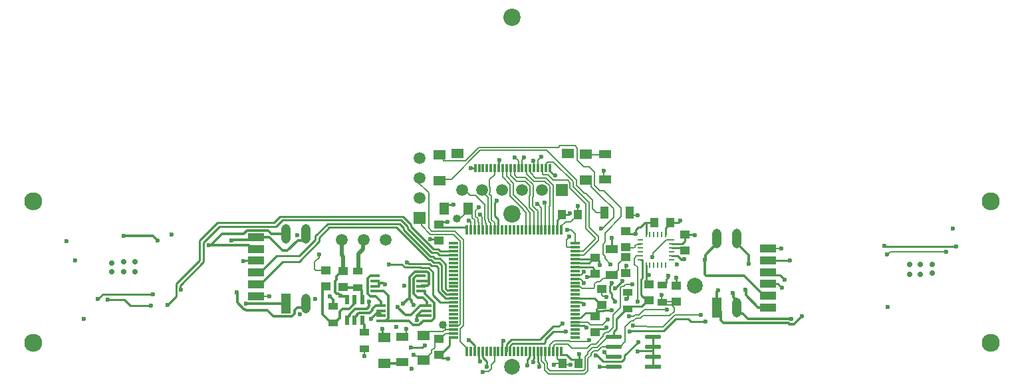
<source format=gtl>
G04*
G04 #@! TF.GenerationSoftware,Altium Limited,Altium Designer,21.3.2 (30)*
G04*
G04 Layer_Physical_Order=1*
G04 Layer_Color=255*
%FSLAX43Y43*%
%MOMM*%
G71*
G04*
G04 #@! TF.SameCoordinates,516BDF06-D260-4404-9912-87152A7D5F29*
G04*
G04*
G04 #@! TF.FilePolarity,Positive*
G04*
G01*
G75*
%ADD16C,0.203*%
%ADD18R,0.300X1.000*%
%ADD19R,0.300X1.200*%
%ADD20R,0.550X1.200*%
%ADD21R,1.200X0.300*%
%ADD22R,1.067X1.524*%
%ADD23R,1.575X1.270*%
%ADD24R,1.524X1.067*%
%ADD25R,2.100X0.500*%
%ADD26O,2.100X0.500*%
%ADD27R,1.270X1.016*%
%ADD28R,2.000X1.000*%
%ADD29R,1.270X0.889*%
%ADD30R,1.200X0.350*%
%ADD31R,1.016X1.270*%
%ADD32R,0.790X0.260*%
%ADD33R,0.260X0.790*%
%ADD34R,1.650X1.300*%
%ADD35R,1.626X1.194*%
%ADD36O,1.200X2.500*%
%ADD37R,1.200X2.500*%
%ADD38R,1.194X1.626*%
%ADD66C,0.254*%
%ADD67C,0.305*%
%ADD68C,0.508*%
%ADD69C,1.500*%
%ADD70C,2.000*%
%ADD71C,2.200*%
%ADD72C,2.300*%
%ADD73C,2.300*%
%ADD74C,0.700*%
%ADD75R,1.500X1.500*%
%ADD76R,1.500X1.500*%
%ADD77C,0.600*%
%ADD78C,1.016*%
D16*
X55600Y72636D02*
G03*
X55600Y73364I-990J364D01*
G01*
X73810Y55673D02*
X73854Y55629D01*
X75577D01*
X73560Y56278D02*
X73883D01*
X72844Y55562D02*
X73560Y56278D01*
X73883D02*
X74240Y56634D01*
X72844Y53644D02*
Y55562D01*
X72263Y60515D02*
X72440Y60692D01*
X72263Y57958D02*
Y60515D01*
X72440Y60692D02*
X72668D01*
X70613Y56450D02*
X70650D01*
X70372Y54822D02*
X70695D01*
X69069Y53317D02*
X70048Y54297D01*
X68405Y55800D02*
X69963D01*
X70695Y54822D02*
X71332Y55459D01*
Y57027D01*
X69963Y55800D02*
X70613Y56450D01*
X70048Y54297D02*
Y54498D01*
X70372Y54822D01*
X72200Y53000D02*
X72844Y53644D01*
X78785Y58280D02*
X79058Y58007D01*
X78754Y58312D02*
X78785Y58280D01*
X72668Y60692D02*
X72956Y60980D01*
X73750D01*
X75094Y56950D02*
X78502D01*
X74778Y56634D02*
X75094Y56950D01*
X74400Y58734D02*
Y62450D01*
X74610Y57040D02*
X75276Y57707D01*
X78152D01*
X74400Y58734D02*
X74416Y58750D01*
X74240Y56634D02*
X74778D01*
X74071Y57040D02*
X74610D01*
X69870Y68000D02*
X71400Y69530D01*
X69900Y59600D02*
X70063Y59437D01*
X70374D01*
X70450Y59361D01*
X71332Y57027D02*
X72263Y57958D01*
X74000Y63504D02*
X74400Y63104D01*
X74000Y63504D02*
Y64252D01*
X74400Y62450D02*
Y63104D01*
X63248Y53199D02*
X63757Y53708D01*
X63248Y52448D02*
Y53199D01*
X63748Y52448D02*
Y53125D01*
X63925Y53302D02*
X65547D01*
X63748Y53125D02*
X63925Y53302D01*
X63757Y53708D02*
X65716D01*
X65767Y53656D01*
X65547Y53302D02*
X66034Y52815D01*
X65767Y53656D02*
X68284D01*
X68220Y53773D02*
Y53846D01*
X68011Y52815D02*
X68513Y53317D01*
X69069D01*
X66034Y52815D02*
X68011D01*
X68681Y52911D02*
X69241D01*
X68089Y52074D02*
Y52319D01*
X69351Y52505D02*
X69380Y52475D01*
X68495Y51906D02*
Y52151D01*
X68116Y51526D02*
X68495Y51906D01*
X68220Y53773D02*
X68310Y53683D01*
X69380Y52475D02*
X69904Y53000D01*
X68849Y52505D02*
X69351D01*
X67710Y51694D02*
X68089Y52074D01*
X69241Y52911D02*
X70600Y54270D01*
X68089Y52319D02*
X68681Y52911D01*
X68495Y52151D02*
X68849Y52505D01*
X69904Y53000D02*
X72200D01*
X68116Y49922D02*
Y51526D01*
X68284Y53656D02*
X68310Y53683D01*
X67710Y50090D02*
Y51694D01*
X75577Y55629D02*
X75707Y55500D01*
X73319Y56839D02*
X73373Y56893D01*
X73924D01*
X75707Y55500D02*
X77627D01*
X78502Y56950D02*
X79058Y57506D01*
X73924Y56893D02*
X74071Y57040D01*
X77627Y55500D02*
X79196Y57069D01*
X77450Y58868D02*
X77600Y58718D01*
X77450Y58868D02*
Y59551D01*
X77727Y58718D02*
X79350D01*
X77600D02*
X77727D01*
X78133Y58312D02*
X78754D01*
X77727Y58718D02*
X78133Y58312D01*
X79196Y57069D02*
X82461D01*
X79058Y57506D02*
Y58007D01*
X70663Y51730D02*
Y51731D01*
X70170Y52224D02*
X70663Y51731D01*
X70170Y52224D02*
Y52287D01*
X70663Y51730D02*
X71400D01*
X70600Y54270D02*
X71400D01*
X76376Y64876D02*
X78080Y66580D01*
X76300Y64450D02*
X76376Y64526D01*
Y64876D01*
X78080Y66580D02*
X78720D01*
X65350Y65769D02*
Y66593D01*
X65700Y66943D02*
Y67050D01*
X65350Y66593D02*
X65700Y66943D01*
X66450Y66150D02*
Y67400D01*
X66000Y67850D02*
X66450Y67400D01*
X65445Y67850D02*
X66000D01*
X58205Y72181D02*
Y73673D01*
X58250Y74800D02*
Y75750D01*
X57750Y74703D02*
X58611Y73842D01*
X57250Y74628D02*
X58205Y73673D01*
X58250Y74800D02*
X58995Y74055D01*
X57750Y74703D02*
Y75750D01*
X57250Y74628D02*
Y75750D01*
X55600Y73364D02*
Y74295D01*
X56250Y74945D01*
Y75750D01*
X55412Y69303D02*
Y72003D01*
X55818Y69471D02*
Y72171D01*
X55006Y69135D02*
Y71068D01*
X53774Y72300D02*
X55006Y71068D01*
X55600Y72390D02*
X55660Y72330D01*
X58205Y72181D02*
X59855Y70532D01*
X58611Y72350D02*
X60261Y70700D01*
X55600Y72390D02*
Y72636D01*
X58611Y72350D02*
Y73842D01*
X55660Y72330D02*
X55818Y72171D01*
X54610Y72805D02*
X55412Y72003D01*
X54610Y72805D02*
Y73000D01*
X54401Y69743D02*
X54600Y69544D01*
Y68966D02*
Y69544D01*
X54606Y68670D02*
Y68960D01*
X55012Y68839D02*
Y69128D01*
X53390Y69431D02*
Y69441D01*
X54606Y68670D02*
X54652Y68625D01*
X55012Y68839D02*
X55152Y68700D01*
X53155Y68928D02*
X53178D01*
X53383Y69448D02*
X53390Y69441D01*
X53796Y70299D02*
X54200Y70703D01*
X53796Y69599D02*
X54106Y69290D01*
Y68886D02*
Y69290D01*
X54200Y70703D02*
Y70751D01*
X54600Y68966D02*
X54606Y68960D01*
X53700Y67900D02*
Y69121D01*
X55006Y69135D02*
X55012Y69128D01*
X53010Y69073D02*
X53155Y68928D01*
X55444Y68982D02*
Y69271D01*
X55818Y69471D02*
X55850Y69440D01*
X53390Y69431D02*
X53700Y69121D01*
X53383Y69448D02*
Y69839D01*
X53796Y69599D02*
Y70299D01*
X55850Y69150D02*
Y69440D01*
X54401Y69743D02*
Y69850D01*
X52903Y69073D02*
X53010D01*
X54106Y68886D02*
X54200Y68792D01*
X55412Y69303D02*
X55444Y69271D01*
X54200Y67900D02*
Y68792D01*
X55850Y69150D02*
X56200Y68800D01*
X55152Y67948D02*
Y68700D01*
X55444Y68982D02*
X55700Y68726D01*
X56200Y67900D02*
Y68800D01*
X55700Y67900D02*
Y68726D01*
X54652Y67948D02*
Y68625D01*
X55152Y67948D02*
X55200Y67900D01*
X52850Y70372D02*
X53383Y69839D01*
X39600Y51808D02*
Y52768D01*
X70036Y66058D02*
X70300Y66322D01*
Y67500D01*
X72350Y69550D01*
X66778Y70922D02*
Y70937D01*
Y70922D02*
X66850Y70850D01*
Y69850D02*
Y70850D01*
X66450Y62150D02*
X67257D01*
X67553Y62446D01*
Y62520D01*
X67477Y61176D02*
Y61299D01*
X66498Y61602D02*
X67175D01*
X67477Y61299D01*
Y61176D02*
X67553Y61100D01*
X66450Y61650D02*
X66498Y61602D01*
X69900Y59600D02*
Y60382D01*
X70150Y74500D02*
Y75400D01*
Y74500D02*
X70250Y74400D01*
X73648Y69750D02*
X74450D01*
X73348Y70050D02*
X73648Y69750D01*
X72950Y62350D02*
Y63260D01*
X73000Y63310D01*
X64795Y50850D02*
X64868Y50777D01*
X64200Y51445D02*
X64795Y50850D01*
X64868D01*
X63900D02*
X64795D01*
X63750Y50700D02*
X63900Y50850D01*
X63287Y49913D02*
X67533D01*
X62700Y51248D02*
X62961Y50987D01*
X62700Y51248D02*
Y52400D01*
X62961Y50239D02*
X63287Y49913D01*
X62961Y50239D02*
Y50987D01*
X62200Y51174D02*
X62555Y50819D01*
Y50045D02*
Y50819D01*
Y50045D02*
X63093Y49507D01*
X62200Y51174D02*
Y52400D01*
X63093Y49507D02*
X67701D01*
X44950Y54650D02*
Y55237D01*
X44450Y54150D02*
X44950Y54650D01*
X45987Y51963D02*
X46141Y51809D01*
X45888Y51963D02*
X45987D01*
X46693Y51809D02*
X47150Y51352D01*
X46141Y51809D02*
X46693D01*
X25850Y59450D02*
X27500D01*
X33850Y64314D02*
Y64750D01*
X33318Y63782D02*
X33850Y64314D01*
X33318Y62851D02*
X33437Y62732D01*
X34700D01*
X33318Y62851D02*
Y63782D01*
X47861Y51861D02*
X48213Y52213D01*
Y52583D02*
X48390Y52760D01*
X48213Y52213D02*
Y52583D01*
X48498Y52760D02*
X48617Y52879D01*
X47861Y51809D02*
Y51861D01*
X48617Y52879D02*
Y53576D01*
X48390Y52760D02*
X48498D01*
X49023Y53982D02*
X49277D01*
X47150Y51352D02*
X47404D01*
X47861Y51809D01*
X48617Y53576D02*
X49023Y53982D01*
X49977Y55077D02*
X50050Y55150D01*
X49798Y55077D02*
X49977D01*
X49654Y54933D02*
X49798Y55077D01*
X47683Y54933D02*
X49654D01*
X47150Y54400D02*
X47683Y54933D01*
X52010Y69456D02*
X52850Y70296D01*
X51606Y69456D02*
X52010D01*
X51450Y69300D02*
X51606Y69456D01*
X91050Y65500D02*
X92733D01*
X61060Y71050D02*
X61073Y71036D01*
Y70900D02*
Y71036D01*
X60653Y70882D02*
X60667Y70868D01*
Y70731D02*
Y70868D01*
X60261Y70563D02*
Y70700D01*
X59855Y70395D02*
Y70532D01*
X106200Y64750D02*
X106300D01*
X106638Y65088D01*
X113762D01*
X52850Y70372D02*
Y70550D01*
Y70296D02*
Y70372D01*
X54652Y67948D02*
X54700Y67900D01*
X49433Y74331D02*
X50731D01*
X49250Y74148D02*
X49433Y74331D01*
X69227Y70050D02*
X70300D01*
X68689Y70589D02*
X69227Y70050D01*
X68689Y70589D02*
Y71661D01*
X67800Y72550D02*
X68689Y71661D01*
X67649Y72550D02*
X67800D01*
X66637Y73562D02*
X67649Y72550D01*
X66637Y73562D02*
Y74213D01*
X62850Y78000D02*
X66637Y74213D01*
X54400Y78000D02*
X62850D01*
X50731Y74331D02*
X54400Y78000D01*
X49702Y76698D02*
Y76998D01*
X49250Y77450D02*
X49702Y76998D01*
X70250Y64200D02*
X70950Y63500D01*
X70250Y64200D02*
Y64528D01*
X70036Y64741D02*
X70250Y64528D01*
X70036Y64741D02*
Y66058D01*
X72350Y69550D02*
Y70700D01*
X70150Y72900D02*
X72350Y70700D01*
X69600Y72900D02*
X70150D01*
X68939Y73561D02*
X69600Y72900D01*
X68939Y73561D02*
Y75211D01*
X68255Y75895D02*
X68939Y75211D01*
X67606Y75895D02*
X68255D01*
X66761Y76740D02*
X67606Y75895D01*
X66761Y76740D02*
Y78316D01*
X66475Y78602D02*
X66761Y78316D01*
X64575Y78602D02*
X66475D01*
X64380Y78406D02*
X64575Y78602D01*
X54232Y78406D02*
X64380D01*
X52524Y76698D02*
X54232Y78406D01*
X49702Y76698D02*
X52524D01*
X66450Y60650D02*
X66498Y60602D01*
X67175D02*
X67327Y60450D01*
X66498Y60602D02*
X67175D01*
X68963Y60569D02*
Y61015D01*
X68844Y60450D02*
X68963Y60569D01*
X67327Y60450D02*
X68844D01*
X69248Y61300D02*
X69617D01*
X68963Y61015D02*
X69248Y61300D01*
X69800Y68070D02*
X69870Y68000D01*
X71400Y69530D02*
Y70570D01*
X68533Y73367D02*
X69748Y72152D01*
X69818D01*
X71400Y70570D01*
X67999Y74198D02*
X68533Y73665D01*
Y73367D02*
Y73665D01*
X67850Y74198D02*
X67999D01*
X67902Y77448D02*
X70250D01*
X67850Y77500D02*
X67902Y77448D01*
X67850Y68013D02*
Y71176D01*
X68256Y68181D02*
Y71344D01*
X69406Y66507D02*
Y67031D01*
X68256Y68181D02*
X69406Y67031D01*
X67850Y68013D02*
X69000Y66863D01*
Y66676D02*
Y66863D01*
X64986Y50732D02*
X65889D01*
X64868Y50850D02*
X64986Y50732D01*
X64868Y50650D02*
Y50777D01*
X68055Y56150D02*
X68405Y55800D01*
X66450Y56150D02*
X68055D01*
X67533Y49913D02*
X67710Y50090D01*
X67701Y49507D02*
X68116Y49922D01*
X61750Y76761D02*
X62150Y77161D01*
X61202Y75798D02*
Y76646D01*
X62150Y77161D02*
Y77216D01*
X61202Y75798D02*
X61250Y75750D01*
X61145Y76702D02*
X61202Y76646D01*
X61750Y75750D02*
Y76761D01*
X65350Y65769D02*
X65469Y65650D01*
X66450D01*
X59750Y76743D02*
X60000Y76993D01*
X59750Y75750D02*
Y76743D01*
X60000Y76993D02*
Y77100D01*
X61060Y71050D02*
Y72031D01*
X62200Y67900D02*
Y70700D01*
X59855Y70395D02*
X60200Y70049D01*
X60261Y70563D02*
X60700Y70124D01*
X60653Y72199D02*
X60745Y72291D01*
X60667Y70731D02*
X61200Y70198D01*
X60653Y70882D02*
Y72199D01*
X60169Y74587D02*
X61151Y73605D01*
X60127Y74055D02*
X60745Y73437D01*
X61664Y71164D02*
X61737D01*
X61060Y72031D02*
X61151Y72123D01*
X61737Y71164D02*
X62200Y70700D01*
X61200Y67900D02*
Y70198D01*
X60200Y67900D02*
Y70049D01*
X60700Y67900D02*
Y70124D01*
X61485Y70488D02*
X61512D01*
X61073Y70900D02*
X61485Y70488D01*
X61512D02*
X61700Y70300D01*
X62610Y71390D02*
X62700Y71300D01*
Y67900D02*
Y71300D01*
X59250Y75798D02*
X59298Y75750D01*
X59250Y75798D02*
Y76700D01*
X58800Y77150D02*
X59250Y76700D01*
X50050Y55150D02*
X50950D01*
X49639Y55580D02*
Y55800D01*
Y55580D02*
X50050Y55169D01*
Y55150D02*
Y55169D01*
X63697Y74193D02*
X65509D01*
X65825Y73201D02*
Y73876D01*
X62975Y76552D02*
X63724D01*
X65509Y74193D02*
X65825Y73876D01*
X62977Y74912D02*
X63697Y74193D01*
X66231Y73369D02*
X68256Y71344D01*
X62400Y74912D02*
X62977D01*
X66231Y73369D02*
Y74045D01*
X65825Y73201D02*
X67850Y71176D01*
X63724Y76552D02*
X66231Y74045D01*
X47850Y68094D02*
Y72600D01*
X46737Y68920D02*
X46936Y68722D01*
X47850Y68094D02*
X48211Y67734D01*
X46936Y68434D02*
Y68722D01*
X46450Y68920D02*
X46737D01*
X46936Y68434D02*
X48042Y67328D01*
X48211Y67734D02*
X51117D01*
X48042Y67328D02*
X49860D01*
X54747Y49786D02*
X54806Y49845D01*
X55451D01*
X55805Y50199D02*
Y50705D01*
X55451Y49845D02*
X55805Y50199D01*
Y50705D02*
X56200Y51100D01*
Y52400D01*
X74752Y64552D02*
X74780Y64580D01*
X74300Y64552D02*
X74752D01*
X74000Y64252D02*
X74300Y64552D01*
X73100Y65568D02*
X73964D01*
X72950Y65718D02*
X73100Y65568D01*
X74752Y66052D02*
X74780Y66080D01*
X74300Y66052D02*
X74752D01*
X74083Y65835D02*
X74300Y66052D01*
X74083Y65687D02*
Y65835D01*
X73964Y65568D02*
X74083Y65687D01*
X72823Y64382D02*
X72950D01*
X72013Y63572D02*
X72823Y64382D01*
X72013Y62833D02*
Y63572D01*
X71430Y62250D02*
X72013Y62833D01*
X71100Y62250D02*
X71430D01*
X70567Y61717D02*
X71100Y62250D01*
X70033Y61717D02*
X70567D01*
X69617Y61300D02*
X70033Y61717D01*
X46450Y74000D02*
X47850Y72600D01*
X51852Y55301D02*
X52258Y55707D01*
X51117Y67734D02*
X52258Y66593D01*
Y55707D02*
Y66593D01*
X50998Y55698D02*
X51675D01*
X50977Y67300D02*
X51852Y66425D01*
X51675Y55698D02*
X51852Y55875D01*
Y66425D01*
X49860Y67328D02*
X49888Y67300D01*
X50977D01*
X51852Y53698D02*
Y55301D01*
X52700Y52400D02*
Y52850D01*
X51852Y53698D02*
X52700Y52850D01*
X50950Y55650D02*
X50998Y55698D01*
X49945Y54650D02*
X50950D01*
X49277Y53982D02*
X49945Y54650D01*
X62750Y75750D02*
X62798Y75798D01*
Y76375D01*
X62975Y76552D01*
X66450Y64650D02*
X67549D01*
X69406Y66507D01*
X62298Y75014D02*
Y75853D01*
Y75014D02*
X62400Y74912D01*
X66450Y65150D02*
X67474D01*
X69000Y66676D01*
X63200Y52400D02*
X63248Y52448D01*
X63700Y52400D02*
X63748Y52448D01*
X64200Y51445D02*
Y52400D01*
X53178Y67922D02*
Y68928D01*
Y67922D02*
X53200Y67900D01*
X52070Y73000D02*
X52400D01*
X53100Y72300D01*
X53774D01*
X66444Y69317D02*
X66850Y69723D01*
X66317Y69317D02*
X66444D01*
X66850Y69723D02*
Y69850D01*
X65913Y68913D02*
X66317Y69317D01*
X65263Y68913D02*
X65913D01*
X64700Y67900D02*
Y68350D01*
X65263Y68913D01*
X60798Y75125D02*
X61417Y74506D01*
X60750Y75750D02*
X60798Y75702D01*
Y75125D02*
Y75702D01*
X62790Y74506D02*
X63700Y73596D01*
X61417Y74506D02*
X62790D01*
X63700Y67900D02*
Y73596D01*
X61231Y74100D02*
X62622D01*
X60298Y75032D02*
Y75702D01*
Y75032D02*
X61231Y74100D01*
X60250Y75750D02*
X60298Y75702D01*
X63200Y70875D02*
X63285Y70960D01*
Y73437D01*
X62622Y74100D02*
X63285Y73437D01*
X63200Y67900D02*
Y70875D01*
X61700Y67900D02*
Y70300D01*
X58750Y74874D02*
Y75750D01*
Y74874D02*
X59037Y74587D01*
X60169D01*
X61151Y72123D02*
Y73605D01*
X58995Y74055D02*
X60127D01*
X60745Y72291D02*
Y73437D01*
D18*
X56750Y75750D02*
D03*
X56250D02*
D03*
X53750D02*
D03*
X54250D02*
D03*
X54750D02*
D03*
X57250D02*
D03*
X57750D02*
D03*
X59250D02*
D03*
X59750D02*
D03*
X63250D02*
D03*
X62750D02*
D03*
X62250D02*
D03*
X61750D02*
D03*
X61250D02*
D03*
X60750D02*
D03*
X60250D02*
D03*
X58750D02*
D03*
X58250D02*
D03*
X55750D02*
D03*
X55250D02*
D03*
D19*
X56700Y67900D02*
D03*
X56200D02*
D03*
X64700Y52400D02*
D03*
X64200D02*
D03*
X63700D02*
D03*
X63200D02*
D03*
X62700D02*
D03*
X62200D02*
D03*
X61700D02*
D03*
X61200D02*
D03*
X60700D02*
D03*
X60200D02*
D03*
X59700D02*
D03*
X59200D02*
D03*
X58700D02*
D03*
X58200D02*
D03*
X57700D02*
D03*
X57200D02*
D03*
X56700D02*
D03*
X56200D02*
D03*
X55700D02*
D03*
X55200D02*
D03*
X54700D02*
D03*
X54200D02*
D03*
X53700D02*
D03*
X53200D02*
D03*
X52700Y67900D02*
D03*
X53200D02*
D03*
X53700D02*
D03*
X54200D02*
D03*
X54700D02*
D03*
X55200D02*
D03*
X55700D02*
D03*
X57200D02*
D03*
X57700D02*
D03*
X58200D02*
D03*
X58700D02*
D03*
X59200D02*
D03*
X59700D02*
D03*
X60200D02*
D03*
X60700D02*
D03*
X61200D02*
D03*
X61700D02*
D03*
X62200D02*
D03*
X62700D02*
D03*
X63200D02*
D03*
X63700D02*
D03*
X64200D02*
D03*
X64700D02*
D03*
X52700Y52400D02*
D03*
D20*
X38400Y58950D02*
D03*
X37450D02*
D03*
X39350D02*
D03*
Y56350D02*
D03*
X38400D02*
D03*
X37450D02*
D03*
D21*
X66450Y62650D02*
D03*
X50950Y54150D02*
D03*
Y54650D02*
D03*
Y55150D02*
D03*
Y55650D02*
D03*
Y56150D02*
D03*
Y56650D02*
D03*
Y57150D02*
D03*
Y57650D02*
D03*
Y58150D02*
D03*
Y58650D02*
D03*
Y59150D02*
D03*
Y59650D02*
D03*
Y60150D02*
D03*
Y60650D02*
D03*
Y61150D02*
D03*
Y61650D02*
D03*
Y62150D02*
D03*
Y62650D02*
D03*
Y63150D02*
D03*
Y63650D02*
D03*
Y64150D02*
D03*
Y64650D02*
D03*
Y65150D02*
D03*
Y65650D02*
D03*
Y66150D02*
D03*
X66450D02*
D03*
Y65650D02*
D03*
Y65150D02*
D03*
Y64650D02*
D03*
Y64150D02*
D03*
Y63650D02*
D03*
Y63150D02*
D03*
Y62150D02*
D03*
Y61650D02*
D03*
Y61150D02*
D03*
Y60650D02*
D03*
Y60150D02*
D03*
Y59650D02*
D03*
Y59150D02*
D03*
Y58650D02*
D03*
Y58150D02*
D03*
Y57650D02*
D03*
Y57150D02*
D03*
Y56650D02*
D03*
Y56150D02*
D03*
Y55650D02*
D03*
Y55150D02*
D03*
Y54650D02*
D03*
Y54150D02*
D03*
D22*
X73450Y70050D02*
D03*
X70198D02*
D03*
D23*
X67850Y77500D02*
D03*
Y74198D02*
D03*
X49250Y74148D02*
D03*
Y77450D02*
D03*
X42150Y54200D02*
D03*
Y50898D02*
D03*
D24*
X70250Y74298D02*
D03*
Y77550D02*
D03*
X71100Y62148D02*
D03*
Y65400D02*
D03*
X44450Y51000D02*
D03*
Y54252D02*
D03*
D25*
X76400Y50460D02*
D03*
D26*
Y51730D02*
D03*
Y53000D02*
D03*
Y54270D02*
D03*
X71400Y50460D02*
D03*
Y51730D02*
D03*
Y53000D02*
D03*
Y54270D02*
D03*
D27*
X69050Y54868D02*
D03*
Y56900D02*
D03*
X36900Y62650D02*
D03*
Y60618D02*
D03*
X34700Y60700D02*
D03*
Y62732D02*
D03*
X80450Y65218D02*
D03*
Y67250D02*
D03*
X72950Y65718D02*
D03*
Y67750D02*
D03*
X69050Y62318D02*
D03*
Y64350D02*
D03*
X79350Y58718D02*
D03*
Y60750D02*
D03*
X75850Y58868D02*
D03*
Y60900D02*
D03*
X72950Y64382D02*
D03*
Y62350D02*
D03*
X69900Y58350D02*
D03*
Y60382D02*
D03*
X49100Y68550D02*
D03*
Y66518D02*
D03*
X49150Y51950D02*
D03*
Y53982D02*
D03*
D28*
X25850Y59450D02*
D03*
Y60950D02*
D03*
Y62450D02*
D03*
Y63950D02*
D03*
Y65450D02*
D03*
Y66950D02*
D03*
X91050Y65500D02*
D03*
Y64000D02*
D03*
Y62500D02*
D03*
Y61000D02*
D03*
Y59500D02*
D03*
Y58000D02*
D03*
D29*
X35650Y58164D02*
D03*
Y56005D02*
D03*
X38800Y62664D02*
D03*
Y60505D02*
D03*
X39600Y52704D02*
D03*
Y54863D02*
D03*
X77600Y58654D02*
D03*
Y60813D02*
D03*
X73200Y57786D02*
D03*
Y59945D02*
D03*
D30*
X47575Y56275D02*
D03*
Y56925D02*
D03*
Y57575D02*
D03*
Y58225D02*
D03*
X41725D02*
D03*
Y57575D02*
D03*
Y56925D02*
D03*
Y56275D02*
D03*
X46875Y60075D02*
D03*
Y60725D02*
D03*
Y61375D02*
D03*
Y62025D02*
D03*
X41025D02*
D03*
Y61375D02*
D03*
Y60725D02*
D03*
Y60075D02*
D03*
D31*
X78600Y68850D02*
D03*
X76568D02*
D03*
X66900Y50850D02*
D03*
X64868D02*
D03*
X66850Y69850D02*
D03*
X64818D02*
D03*
D32*
X74780Y64080D02*
D03*
Y64580D02*
D03*
Y65080D02*
D03*
Y65580D02*
D03*
Y66080D02*
D03*
Y66580D02*
D03*
X78720D02*
D03*
Y66080D02*
D03*
Y65580D02*
D03*
Y65080D02*
D03*
Y64580D02*
D03*
Y64080D02*
D03*
D33*
X75500Y67300D02*
D03*
X76000D02*
D03*
X76500D02*
D03*
X77000D02*
D03*
X77500D02*
D03*
X78000D02*
D03*
Y63360D02*
D03*
X77500D02*
D03*
X77000D02*
D03*
X76500D02*
D03*
X76000D02*
D03*
X75500D02*
D03*
D34*
X65525Y77650D02*
D03*
X51475D02*
D03*
D35*
X47150Y51314D02*
D03*
Y54438D02*
D03*
D36*
X29660Y67350D02*
D03*
X32200D02*
D03*
Y58500D02*
D03*
X84550Y66800D02*
D03*
X87090D02*
D03*
Y57950D02*
D03*
D37*
X29660Y58500D02*
D03*
X84550Y57950D02*
D03*
D38*
X49764Y70550D02*
D03*
X52888D02*
D03*
D66*
X74500Y52450D02*
X76400D01*
X74450Y52400D02*
X74500Y52450D01*
X74534Y53600D02*
X74550D01*
X72777Y51842D02*
X74534Y53600D01*
X70900Y60806D02*
X71100Y61006D01*
X70900Y60000D02*
Y60806D01*
X71100Y61006D02*
Y61100D01*
X70900Y60000D02*
X71175Y59725D01*
Y59219D02*
X71600Y58794D01*
X71175Y59219D02*
Y59725D01*
X71600Y58700D02*
Y58794D01*
Y60465D02*
X72458Y61322D01*
Y61337D01*
X71600Y60450D02*
Y60465D01*
X70351Y55426D02*
X70444D01*
X71764Y55280D02*
Y56541D01*
X71424Y54384D02*
Y54940D01*
X70173Y55249D02*
X70351Y55426D01*
X71424Y54940D02*
X71764Y55280D01*
X69431Y55249D02*
X70173D01*
X73449Y54936D02*
X73512Y54999D01*
X77736D01*
X79237Y56500D01*
X73200Y57850D02*
X73454Y58104D01*
X74959D02*
X75723Y58868D01*
X73454Y58104D02*
X74959D01*
X64750Y55950D02*
X64850D01*
X64400Y55600D02*
X64750Y55950D01*
X63700Y55600D02*
X64400D01*
X62000Y53900D02*
X63700Y55600D01*
X63696Y54950D02*
X65300D01*
X62650Y53904D02*
X63696Y54950D01*
X62650Y53549D02*
Y53904D01*
X62501Y53400D02*
X62650Y53549D01*
X58341Y53900D02*
X62000D01*
X58488Y53400D02*
X62501D01*
X58223Y53135D02*
X58488Y53400D01*
X57723Y53282D02*
X58341Y53900D01*
X57723Y52423D02*
Y53282D01*
X57700Y52400D02*
X57723Y52423D01*
X57300Y53656D02*
Y53750D01*
X57200Y52400D02*
Y53556D01*
X57300Y53656D01*
X58223Y52423D02*
Y53135D01*
X75723Y58868D02*
X75850D01*
X71764Y56541D02*
X73073Y57850D01*
X73200D01*
X71400Y54360D02*
X71424Y54384D01*
X71400Y54270D02*
Y54360D01*
X74888Y59560D02*
Y61588D01*
X75199Y59249D02*
X75469D01*
X74888Y59560D02*
X75199Y59249D01*
X75469D02*
X75850Y58868D01*
X74888Y61588D02*
X75000Y61700D01*
Y62201D01*
X75043Y62244D01*
Y64077D01*
X73011Y59049D02*
X73200D01*
X58200Y52400D02*
X58223Y52423D01*
X61112Y51070D02*
X61178Y51136D01*
Y51452D01*
X69100Y51900D02*
X69250D01*
X69997Y51153D01*
X72777Y51491D02*
Y51842D01*
X69997Y51153D02*
X72439D01*
X72777Y51491D01*
X79237Y56500D02*
X80903D01*
X56773Y75773D02*
Y76723D01*
X56750Y75750D02*
X56773Y75773D01*
Y76723D02*
X56800Y76750D01*
X56250Y71350D02*
X56500Y71600D01*
X56250Y69650D02*
Y71350D01*
Y69650D02*
X56700Y69200D01*
Y67900D02*
Y69200D01*
X66950Y50900D02*
Y52050D01*
X66900Y50850D02*
X66950Y50900D01*
X79600Y68850D02*
X79850Y69100D01*
X78600Y68850D02*
X79600D01*
X71100Y65298D02*
Y66850D01*
X92750Y60550D02*
X92800D01*
X92300Y61000D02*
X92750Y60550D01*
X91050Y61000D02*
X92300D01*
X65839Y69989D02*
Y70000D01*
X65700Y69850D02*
X65839Y69989D01*
X64818Y69850D02*
X65700D01*
X68029Y61829D02*
X68137Y61937D01*
X67963Y61829D02*
X68029D01*
X68137Y61937D02*
X68669D01*
X69050Y62318D01*
X69585Y63390D02*
Y63435D01*
X69563Y63456D02*
X69585Y63435D01*
X69563Y63456D02*
Y63956D01*
X69169Y64350D02*
X69563Y63956D01*
X69050Y64350D02*
X69169D01*
X49450Y68900D02*
X50187D01*
X49100Y68550D02*
X49450Y68900D01*
X41900Y54450D02*
Y55300D01*
Y54450D02*
X42150Y54200D01*
X50231Y51569D02*
X50350Y51450D01*
X49150Y51950D02*
X49531Y51569D01*
X50231D01*
X24200Y63900D02*
X24250Y63950D01*
X25850D01*
X46999Y52900D02*
X47261Y53163D01*
X47355D01*
X45550Y52900D02*
X46999D01*
X16150Y60250D02*
Y60800D01*
Y60250D02*
X16280D01*
X16150Y60800D02*
X19150Y63800D01*
X14550Y58300D02*
X15650Y59400D01*
Y61000D01*
X18650Y64000D01*
Y66500D01*
X20950Y68800D01*
X28150D01*
X28921Y69571D01*
X19150Y63800D02*
Y66250D01*
X21200Y68300D01*
X28400D01*
X29214Y69114D01*
X26350Y60950D02*
X29250Y63850D01*
X31307D01*
X25850Y60950D02*
X26350D01*
X33857Y66900D02*
X35157Y68200D01*
X33857Y66400D02*
Y66900D01*
X31307Y63850D02*
X33857Y66400D01*
X33400Y67089D02*
X34968Y68657D01*
X33400Y66589D02*
Y67089D01*
X31361Y64550D02*
X33400Y66589D01*
X28450Y64550D02*
X31361D01*
X25850Y62450D02*
X26350D01*
X28450Y64550D01*
X81203Y56200D02*
X83100D01*
X80903Y56500D02*
X81203Y56200D01*
X91050Y64000D02*
X91100Y63950D01*
X93800D01*
X92573Y62127D02*
X93150Y61550D01*
X91050Y62500D02*
X91423Y62127D01*
X92573D01*
X69640Y50460D02*
X71400D01*
X45348Y63559D02*
X47943D01*
X48202Y63300D01*
X48750D01*
X45175Y63732D02*
X45348Y63559D01*
X45081Y63732D02*
X45175D01*
X49065Y65421D02*
X49336Y65150D01*
X48423Y65421D02*
X49065D01*
X45570Y68274D02*
X48423Y65421D01*
X105810Y65840D02*
X105850Y65800D01*
X114960D01*
X66450Y55650D02*
X67606D01*
X67806Y55450D01*
X67900D01*
X76400Y52450D02*
Y53000D01*
Y50460D02*
Y51730D01*
Y52450D01*
Y53000D02*
Y54270D01*
X68669Y57281D02*
X69050Y56900D01*
X68412Y57281D02*
X68669D01*
X69150Y57000D02*
Y57550D01*
X67812Y57300D02*
X68393D01*
X69773Y58350D02*
X69900D01*
X69050Y56900D02*
X69150Y57000D01*
X67185Y56673D02*
X67812Y57300D01*
X68393D02*
X68412Y57281D01*
X69050Y54868D02*
X69431Y55249D01*
X67043Y56673D02*
X67185D01*
X67043Y56673D02*
X67043Y56673D01*
X66473Y56673D02*
X67043D01*
X66450Y56650D02*
X66473Y56673D01*
X68973Y59150D02*
X69773Y58350D01*
X66450Y59150D02*
X68973D01*
X69150Y57550D02*
Y57789D01*
X69150Y57789D01*
X69212D01*
X69773Y58350D01*
X70128Y57650D02*
X71100D01*
X69150Y57550D02*
X70028D01*
X70128Y57650D01*
X60412Y50588D02*
Y51400D01*
X60677Y51665D01*
Y52377D02*
X60700Y52400D01*
X60677Y51665D02*
Y52377D01*
X61884Y50516D02*
Y50880D01*
X61768Y50995D02*
Y51443D01*
X61700Y51511D02*
Y52400D01*
Y51511D02*
X61768Y51443D01*
Y50995D02*
X61884Y50880D01*
Y50516D02*
X61950Y50450D01*
X61178Y51452D02*
X61200Y51474D01*
Y52400D01*
X63881Y74864D02*
X63947Y74797D01*
X63786Y74864D02*
X63881D01*
X63273Y75377D02*
X63786Y74864D01*
X42750Y63500D02*
X44422D01*
X44199Y67706D02*
X47855Y64050D01*
X44199Y67706D02*
Y67706D01*
X43705Y68200D02*
X44199Y67706D01*
X35157Y68200D02*
X43705D01*
X44656Y67896D02*
X48045Y64507D01*
X44656Y67896D02*
Y68140D01*
X44139Y68657D02*
X44656Y68140D01*
X34968Y68657D02*
X44139D01*
X45113Y68085D02*
X48234Y64964D01*
X45113Y68085D02*
Y68330D01*
X44329Y69114D02*
X45113Y68330D01*
X29214Y69114D02*
X44329D01*
X28921Y69571D02*
X44518D01*
X45570Y68519D01*
Y68274D02*
Y68519D01*
X72950Y67750D02*
X73300Y67400D01*
X74216Y67466D02*
Y67914D01*
X74552Y68250D01*
X73300Y67400D02*
X74150D01*
X74216Y67466D01*
X74552Y68250D02*
X74800D01*
X75649Y68850D02*
X76568D01*
X75400D02*
X75649D01*
X74800Y68250D02*
X75400Y68850D01*
X75500Y67300D02*
Y68701D01*
X78000Y67300D02*
Y68123D01*
X78600Y68723D02*
Y68850D01*
X78000Y68123D02*
X78600Y68723D01*
X48895Y66723D02*
X49100Y66518D01*
X47855Y64050D02*
X48150D01*
X48045Y64507D02*
X48339D01*
X48013Y66723D02*
X48895D01*
X48234Y64964D02*
X48876D01*
X50234Y71100D02*
X50950D01*
X49802Y70550D02*
Y70668D01*
X50234Y71100D01*
X44820Y63102D02*
X46733D01*
X44422Y63500D02*
X44820Y63102D01*
X46733D02*
X46800Y63035D01*
X47821D01*
X48876Y64964D02*
X49169Y64671D01*
X48339Y64507D02*
X48632Y64214D01*
X48150Y64050D02*
X48443Y63757D01*
X47821Y63035D02*
X48400Y62456D01*
X48632Y64214D02*
X49286D01*
X48443Y63757D02*
X49097D01*
X49286Y64214D02*
X50000Y63500D01*
X48750Y63300D02*
X49000Y63050D01*
X49097Y63757D02*
X49500Y63354D01*
X49834Y64650D02*
X50950D01*
X49169Y64671D02*
X49813D01*
X49834Y64650D01*
X49336Y65150D02*
X50950D01*
X48400Y59550D02*
Y62456D01*
X50000Y60388D02*
Y63500D01*
X49500Y60241D02*
Y63354D01*
X49000Y60095D02*
X49945Y59150D01*
X49000Y60095D02*
Y63050D01*
X48400Y59550D02*
X49300Y58650D01*
X50950D01*
X49945Y59150D02*
X50950D01*
X49500Y60241D02*
X50068Y59673D01*
X50927D02*
X50950Y59650D01*
X50068Y59673D02*
X50927D01*
X50215Y60173D02*
X50927D01*
X50950Y60150D01*
X50000Y60388D02*
X50215Y60173D01*
X54200Y51322D02*
X54348Y51174D01*
Y51080D02*
Y51174D01*
X54200Y51322D02*
Y52400D01*
X55188Y50462D02*
X55200Y50450D01*
X54723Y51596D02*
X55188Y51131D01*
Y50462D02*
Y51131D01*
X54723Y51596D02*
Y52377D01*
X54700Y52400D02*
X54723Y52377D01*
X53079Y53734D02*
X53677Y53135D01*
X52966Y53734D02*
X53079D01*
X52900Y53800D02*
X52966Y53734D01*
X53677Y52423D02*
Y53135D01*
Y52423D02*
X53700Y52400D01*
X74780Y64080D02*
X75040D01*
X75043Y64077D01*
X75500Y61250D02*
Y62150D01*
Y61250D02*
X75850Y60900D01*
X53148Y75747D02*
X53747D01*
X53750Y75750D01*
X66450Y63150D02*
X68651D01*
X68850Y62518D02*
Y62951D01*
X68651Y63150D02*
X68850Y62951D01*
Y62518D02*
X69050Y62318D01*
X67350Y58650D02*
X67600Y58400D01*
X66450Y58650D02*
X67350D01*
X73200Y59049D02*
Y59882D01*
X78300Y61950D02*
X78350Y62000D01*
X78300Y61800D02*
Y61950D01*
X78108Y61131D02*
Y61608D01*
X78300Y61800D01*
X77600Y60750D02*
X77727D01*
X78108Y61131D01*
X75500Y62150D02*
Y63360D01*
Y62150D02*
X75850D01*
X75900Y62100D01*
X79350Y61777D02*
X79387Y61814D01*
X79350Y60750D02*
Y61777D01*
X81667Y67250D02*
X81732Y67185D01*
X80450Y67250D02*
X81667D01*
X80250Y64050D02*
X80350Y64150D01*
X80400D01*
X80013Y64050D02*
X80250D01*
X78720Y64580D02*
X79483D01*
X80013Y64050D01*
X80130Y66080D02*
X80450Y66400D01*
Y67250D01*
X78720Y66080D02*
X80130D01*
X80088Y65580D02*
X80450Y65218D01*
X78720Y65580D02*
X80088D01*
X75500Y68701D02*
X75649Y68850D01*
X12684Y59700D02*
X12695Y59689D01*
X6350Y59700D02*
X12684D01*
X5700Y59050D02*
X6350Y59700D01*
X9067Y59000D02*
X9817Y58250D01*
X12450D01*
X7000Y59000D02*
X9067D01*
X52700Y67900D02*
Y68227D01*
X49400Y68250D02*
X52677D01*
X49100Y68550D02*
X49400Y68250D01*
X52677D02*
X52700Y68227D01*
X50477Y53150D02*
Y54127D01*
X50500Y54150D02*
X50950D01*
X50477Y54127D02*
X50500Y54150D01*
X49277Y51950D02*
X50477Y53150D01*
X49150Y51950D02*
X49277D01*
X63273Y75377D02*
Y75727D01*
X63250Y75750D02*
X63273Y75727D01*
X66450Y64150D02*
X68723D01*
X68923Y64350D01*
X68223Y63650D02*
X68723Y64150D01*
X68923Y64350D02*
X69050D01*
X66450Y63650D02*
X68223D01*
X66519Y51358D02*
X66900Y50977D01*
X65965Y51358D02*
X66519D01*
X65396Y51927D02*
X65965Y51358D01*
X64723Y51927D02*
X65396D01*
X64700Y51950D02*
X64723Y51927D01*
X66900Y50850D02*
Y50977D01*
X64700Y51950D02*
Y52400D01*
X66900Y50650D02*
Y50777D01*
X64200Y69105D02*
X64818Y69723D01*
Y69850D01*
X64200Y67900D02*
Y69105D01*
D67*
X29853Y65250D02*
X31143Y66540D01*
X31786D01*
X32200Y66953D02*
Y67350D01*
X31786Y66540D02*
X32200Y66953D01*
X38277Y58827D02*
X38400Y58950D01*
X38277Y58404D02*
Y58827D01*
X38077Y58204D02*
X38277Y58404D01*
X38077Y58204D02*
Y58204D01*
X37693Y57820D02*
X38077Y58204D01*
X47827Y61400D02*
Y62346D01*
Y60906D02*
Y61400D01*
X47802Y61375D02*
X47827Y61400D01*
X46875Y61375D02*
X47802D01*
X40471Y56571D02*
X41150Y57250D01*
X41650D01*
X42050Y61100D02*
X42250Y60900D01*
X41473Y60748D02*
Y61100D01*
X42050D01*
X45804Y55746D02*
X46621D01*
X45275Y56275D02*
X45804Y55746D01*
X47150Y56275D02*
X47575D01*
X46621Y55746D02*
X47150Y56275D01*
X41725D02*
X45275D01*
X23400Y59900D02*
X23500Y59800D01*
Y58616D02*
Y59800D01*
X24306Y57844D02*
X24550Y57600D01*
X24271Y57844D02*
X24306D01*
X23500Y58616D02*
X24271Y57844D01*
X24550Y57600D02*
X27300D01*
X28002Y56898D01*
X30406D01*
X30729Y57679D02*
X31052Y58002D01*
X30729Y57221D02*
Y57679D01*
X30406Y56898D02*
X30729Y57221D01*
X31786Y58002D02*
X32200Y58416D01*
X31052Y58002D02*
X31786D01*
X32200Y58416D02*
Y58500D01*
X24543D02*
X29660D01*
X46293Y56407D02*
X46349Y56463D01*
X46300Y56401D02*
X46401D01*
X46450Y56450D01*
X46349Y56463D02*
Y56974D01*
X46425Y57050D01*
X47552Y58202D02*
X47575Y58225D01*
X46729Y58202D02*
X47552D01*
X45552Y57025D02*
X46729Y58202D01*
X45415Y59110D02*
X45624Y58901D01*
Y58656D02*
X45896Y58384D01*
X45624Y58656D02*
Y58901D01*
X45415Y59110D02*
Y59200D01*
X45896Y58304D02*
Y58384D01*
X45415Y59200D02*
Y61906D01*
X36612Y59512D02*
X36726Y59398D01*
X36375Y59749D02*
X36612Y59512D01*
X45328Y59200D02*
X45415D01*
X44590Y58462D02*
X45328Y59200D01*
X43900Y58003D02*
X44878Y57025D01*
X43900Y58003D02*
Y58050D01*
X44878Y57025D02*
X45552D01*
X22700Y66563D02*
X22739Y66602D01*
X25002D01*
X21500Y67350D02*
X24252D01*
X24704Y67802D02*
X27365D01*
X24252Y67350D02*
X24704Y67802D01*
X27365D02*
X27817Y67350D01*
X20057Y65907D02*
X21500Y67350D01*
X27817D02*
X29660D01*
X25002Y66602D02*
X25350Y66950D01*
X27499D01*
X19857Y65907D02*
X20057D01*
X24893D01*
X25350Y65450D01*
X25850D01*
X29199Y65250D02*
X29853D01*
X27499Y66950D02*
X29199Y65250D01*
X93759Y55864D02*
X94302D01*
X84998Y56352D02*
X85350Y56000D01*
X93623D01*
X94302Y55864D02*
X95350Y56911D01*
X93623Y56000D02*
X93759Y55864D01*
X87858Y57182D02*
X88521Y56519D01*
X94031D01*
X86606Y59326D02*
X87090Y58842D01*
X86550Y59800D02*
X86606Y59744D01*
X87090Y57596D02*
Y58842D01*
X86606Y59326D02*
Y59744D01*
X88206Y59544D02*
X89750Y58000D01*
X88150Y60250D02*
X88206Y60194D01*
Y59544D02*
Y60194D01*
X88000Y62050D02*
X90550Y59500D01*
X83018Y62229D02*
Y64050D01*
X83197Y62050D02*
X88000D01*
X83018Y62229D02*
X83197Y62050D01*
X87090Y57596D02*
X87504Y57182D01*
X87858D01*
X84998Y56352D02*
Y57502D01*
X84550Y57950D02*
X84998Y57502D01*
X89750Y58000D02*
X91050D01*
X90550Y59500D02*
X91050D01*
X84550Y59970D02*
X84700Y60120D01*
X84550Y57950D02*
Y59970D01*
X84700Y60120D02*
Y60200D01*
X83075Y64106D02*
Y64675D01*
X84550Y66150D02*
Y66800D01*
X83075Y64675D02*
X84550Y66150D01*
X83018Y64050D02*
X83075Y64106D01*
X88550Y63550D02*
Y64690D01*
X87090Y66150D02*
Y66800D01*
Y66150D02*
X88550Y64690D01*
X44246Y50898D02*
X44450Y51102D01*
X42150Y50898D02*
X44246D01*
X46061Y62552D02*
X47621D01*
X47827Y62346D01*
X47664Y60743D02*
X47827Y60906D01*
X48527Y56604D02*
Y58573D01*
X47323Y59777D02*
Y60052D01*
X46875Y60075D02*
X47300D01*
X47323Y60052D01*
Y59777D02*
X48527Y58573D01*
X40673Y57673D02*
Y57796D01*
X41079Y58202D02*
X41702D01*
X40673Y57796D02*
X41079Y58202D01*
X41702D02*
X41725Y58225D01*
X39942Y57810D02*
X40257Y58125D01*
Y58776D01*
X38487Y57810D02*
X39942D01*
X41725Y56275D02*
X41748Y56298D01*
X42371D01*
X42677Y56604D01*
Y59480D01*
X42082Y60075D02*
X42677Y59480D01*
X41025Y60075D02*
X42082D01*
X47577Y58248D02*
Y58752D01*
X47575Y58245D02*
X47577Y58248D01*
X47575Y58225D02*
Y58245D01*
X46852Y62002D02*
X46875Y62025D01*
X46229Y62002D02*
X46852D01*
X45923Y61696D02*
X46229Y62002D01*
X45923Y59754D02*
Y61696D01*
Y59754D02*
X46423Y59253D01*
X47077D01*
X47577Y58752D01*
X41727Y58227D02*
Y58752D01*
X41725Y58225D02*
X41727Y58227D01*
X41002Y62002D02*
X41025Y62025D01*
X40379Y62002D02*
X41002D01*
X40073Y61696D02*
X40379Y62002D01*
X40073Y59754D02*
Y61696D01*
Y59754D02*
X40414Y59412D01*
X41067D01*
X41727Y58752D01*
X46425Y57050D02*
X46932Y57557D01*
X47557D01*
X47575Y57575D01*
X46425Y57050D02*
X46527Y56948D01*
X47127D01*
X47150Y56925D01*
X47575D01*
Y56275D02*
X47598Y56298D01*
X48221D01*
X48527Y56604D01*
X38929Y57302D02*
X40302D01*
X40673Y57673D01*
X38723Y57096D02*
X38929Y57302D01*
X38723Y56998D02*
Y57096D01*
X38400Y56675D02*
X38723Y56998D01*
X38400Y56350D02*
Y56675D01*
X41025Y60725D02*
X41450D01*
X41473Y60748D01*
X45415Y61906D02*
X46061Y62552D01*
X46893Y60743D02*
X47664D01*
X46875Y60725D02*
X46893Y60743D01*
X37773Y57096D02*
X38487Y57810D01*
X37773Y56998D02*
Y57096D01*
X37450Y56350D02*
Y56675D01*
X37773Y56998D01*
X36500Y57436D02*
X36884Y57820D01*
X36500Y56600D02*
Y57436D01*
X36884Y57820D02*
X37693D01*
X34656Y60700D02*
X34700D01*
X34300Y57164D02*
Y60344D01*
Y57164D02*
X35396Y56068D01*
X34300Y60344D02*
X34656Y60700D01*
X35396Y56068D02*
X35904D01*
X35913Y59964D02*
Y61363D01*
Y59964D02*
X36128Y59749D01*
X39600Y54800D02*
Y55775D01*
X39350Y56025D02*
Y56350D01*
Y56025D02*
X39600Y55775D01*
X35250Y59400D02*
X35650Y59000D01*
Y58100D02*
Y59000D01*
X36436Y56600D02*
X36500D01*
X35904Y56068D02*
X36436Y56600D01*
X36100Y61977D02*
X36773Y62650D01*
X36100Y61550D02*
Y61977D01*
X36773Y62650D02*
X36900D01*
X36128Y59749D02*
X36375D01*
X37450Y58950D02*
Y59275D01*
X37327Y59398D02*
X37450Y59275D01*
X36726Y59398D02*
X37327D01*
X35913Y61363D02*
X36100Y61550D01*
X38927Y60568D02*
X39283Y60212D01*
Y59017D02*
X39350Y58950D01*
X38800Y60568D02*
X38927D01*
X39283Y59017D02*
Y60212D01*
X37014Y60505D02*
X38736D01*
X38800Y60568D01*
X36900Y60618D02*
X37014Y60505D01*
X12700Y67150D02*
X13350Y66500D01*
X9000Y67150D02*
X12700D01*
D68*
X36750Y64650D02*
Y66600D01*
Y64650D02*
X36900Y64500D01*
X39456Y65406D02*
Y66506D01*
X39550Y66600D01*
X38850Y64800D02*
X39456Y65406D01*
X38850Y62650D02*
Y64800D01*
X36900Y62650D02*
Y64500D01*
X38800Y62600D02*
X38850Y62650D01*
D69*
X42350Y66600D02*
D03*
X36750D02*
D03*
X39550D02*
D03*
X46650Y76990D02*
D03*
Y74450D02*
D03*
Y71910D02*
D03*
X62230Y73000D02*
D03*
X59690D02*
D03*
X57150D02*
D03*
X54610D02*
D03*
X52070D02*
D03*
D70*
X81750Y60750D02*
D03*
X58400Y50450D02*
D03*
D71*
X58450Y94950D02*
D03*
Y69950D02*
D03*
D72*
X119400Y71500D02*
D03*
Y53500D02*
D03*
D73*
X-2500D02*
D03*
Y71500D02*
D03*
D74*
X109028Y63485D02*
D03*
Y62215D02*
D03*
X110425Y63485D02*
D03*
Y62215D02*
D03*
X111949Y63485D02*
D03*
Y62342D02*
D03*
X10397Y62515D02*
D03*
Y63785D02*
D03*
X9000Y62515D02*
D03*
Y63785D02*
D03*
X7476Y62515D02*
D03*
Y63658D02*
D03*
D75*
X46650Y69370D02*
D03*
D76*
X64770Y73000D02*
D03*
D77*
X74550Y53600D02*
D03*
X74450Y52400D02*
D03*
X73810Y55673D02*
D03*
X71600Y60450D02*
D03*
X70444Y55426D02*
D03*
X70650Y56450D02*
D03*
X73449Y54936D02*
D03*
X72458Y61337D02*
D03*
X71600Y58700D02*
D03*
X74400Y58734D02*
D03*
X71100Y61100D02*
D03*
X64850Y55950D02*
D03*
X65300Y54950D02*
D03*
X70450Y59361D02*
D03*
X73750Y60980D02*
D03*
X73011Y59049D02*
D03*
X61112Y51070D02*
D03*
X57300Y53750D02*
D03*
X69100Y51900D02*
D03*
X68220Y53846D02*
D03*
X73319Y56839D02*
D03*
X78152Y57707D02*
D03*
X77450Y59551D02*
D03*
X70170Y52287D02*
D03*
X82461Y57069D02*
D03*
X76300Y64450D02*
D03*
X31097Y67193D02*
D03*
X79450Y63450D02*
D03*
X65700Y67050D02*
D03*
X56800Y76750D02*
D03*
X56500Y71600D02*
D03*
X52903Y69073D02*
D03*
X54401Y69850D02*
D03*
X66950Y52050D02*
D03*
X40471Y56571D02*
D03*
X39600Y51808D02*
D03*
X45651Y50221D02*
D03*
X79850Y69100D02*
D03*
X71100Y66850D02*
D03*
X66778Y70937D02*
D03*
X114550Y68022D02*
D03*
X106300Y58100D02*
D03*
X92800Y60550D02*
D03*
X65839Y70000D02*
D03*
X67963Y61829D02*
D03*
X67553Y62520D02*
D03*
Y61100D02*
D03*
X69585Y63390D02*
D03*
X70150Y75400D02*
D03*
X74450Y69750D02*
D03*
X73000Y63310D02*
D03*
X63750Y50700D02*
D03*
X50187Y68900D02*
D03*
X44737Y60752D02*
D03*
X41900Y55300D02*
D03*
X44950Y55237D02*
D03*
X45888Y51963D02*
D03*
X50350Y51450D02*
D03*
X42250Y60900D02*
D03*
X24200Y63900D02*
D03*
X27500Y59450D02*
D03*
X33350Y59050D02*
D03*
X33850Y64750D02*
D03*
X47355Y53163D02*
D03*
X45550Y52900D02*
D03*
X23400Y59900D02*
D03*
X24543Y58500D02*
D03*
X31395Y57096D02*
D03*
X3950Y56550D02*
D03*
X1700Y66450D02*
D03*
X2850Y64000D02*
D03*
X15100Y67250D02*
D03*
X46300Y56401D02*
D03*
X45896Y58304D02*
D03*
X44590Y58462D02*
D03*
X36612Y59512D02*
D03*
X43900Y58050D02*
D03*
X22700Y66563D02*
D03*
X16280Y60250D02*
D03*
X14550Y58300D02*
D03*
X19857Y65907D02*
D03*
X43700Y55550D02*
D03*
X83100Y56200D02*
D03*
X93800Y63950D02*
D03*
X93150Y61550D02*
D03*
X86550Y59800D02*
D03*
X88150Y60250D02*
D03*
X94031Y56519D02*
D03*
X95350Y56911D02*
D03*
X92733Y65500D02*
D03*
X84700Y60200D02*
D03*
X83018Y64050D02*
D03*
X88550Y63550D02*
D03*
X69640Y50460D02*
D03*
X105810Y65840D02*
D03*
X114960Y65800D02*
D03*
X106200Y64750D02*
D03*
X113762Y65088D02*
D03*
X54200Y70751D02*
D03*
X69800Y68070D02*
D03*
X70950Y63500D02*
D03*
X65889Y50732D02*
D03*
X67900Y55450D02*
D03*
X71100Y57650D02*
D03*
X60412Y50588D02*
D03*
X61950Y50450D02*
D03*
X61145Y76702D02*
D03*
X62150Y77216D02*
D03*
X65445Y67850D02*
D03*
X60000Y77100D02*
D03*
X61664Y71164D02*
D03*
X62610Y71390D02*
D03*
X58800Y77150D02*
D03*
X63947Y74797D02*
D03*
X74150Y67400D02*
D03*
X48013Y66723D02*
D03*
X50950Y71100D02*
D03*
X45081Y63732D02*
D03*
X42750Y63500D02*
D03*
X40257Y58776D02*
D03*
X54747Y49786D02*
D03*
X54348Y51080D02*
D03*
X55200Y50450D02*
D03*
X52900Y53800D02*
D03*
X53148Y75747D02*
D03*
X67600Y58400D02*
D03*
X78350Y62000D02*
D03*
X75900Y62100D02*
D03*
X79387Y61814D02*
D03*
X81732Y67185D02*
D03*
X80400Y64150D02*
D03*
X35250Y59400D02*
D03*
X12695Y59689D02*
D03*
X5700Y59050D02*
D03*
X12450Y58250D02*
D03*
X7000Y59000D02*
D03*
X13350Y66500D02*
D03*
X9000Y67150D02*
D03*
D78*
X51450Y69300D02*
D03*
X49639Y55800D02*
D03*
M02*

</source>
